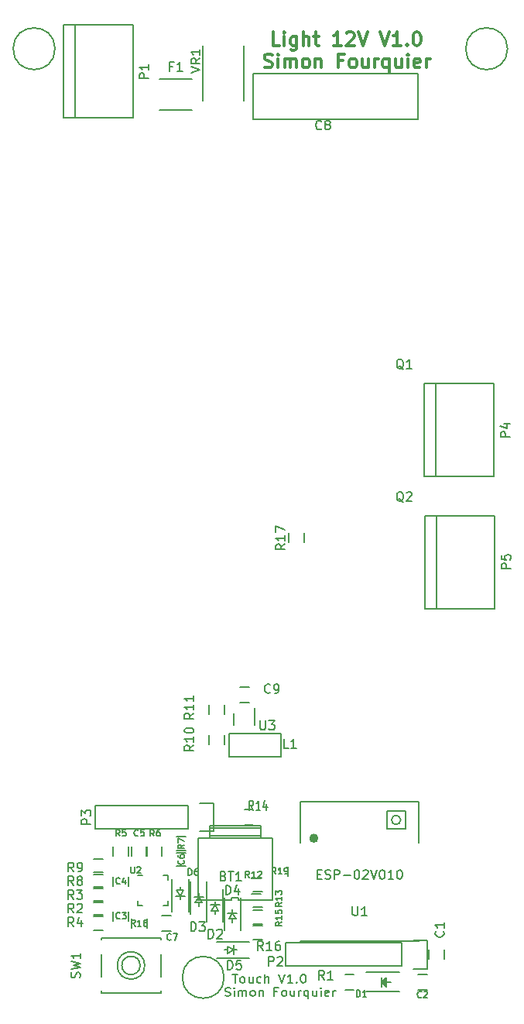
<source format=gto>
G04 #@! TF.FileFunction,Legend,Top*
%FSLAX46Y46*%
G04 Gerber Fmt 4.6, Leading zero omitted, Abs format (unit mm)*
G04 Created by KiCad (PCBNEW 4.0.2+dfsg1-stable) date dim. 11 sept. 2016 16:29:45 CEST*
%MOMM*%
G01*
G04 APERTURE LIST*
%ADD10C,0.150000*%
%ADD11C,0.200000*%
%ADD12C,0.300000*%
%ADD13C,0.500000*%
G04 APERTURE END LIST*
D10*
D11*
X104185714Y-62177143D02*
X104757143Y-62177143D01*
X104471428Y-63077143D02*
X104471428Y-62177143D01*
X105233333Y-63077143D02*
X105138095Y-63034286D01*
X105090476Y-62991429D01*
X105042857Y-62905714D01*
X105042857Y-62648571D01*
X105090476Y-62562857D01*
X105138095Y-62520000D01*
X105233333Y-62477143D01*
X105376191Y-62477143D01*
X105471429Y-62520000D01*
X105519048Y-62562857D01*
X105566667Y-62648571D01*
X105566667Y-62905714D01*
X105519048Y-62991429D01*
X105471429Y-63034286D01*
X105376191Y-63077143D01*
X105233333Y-63077143D01*
X106423810Y-62477143D02*
X106423810Y-63077143D01*
X105995238Y-62477143D02*
X105995238Y-62948571D01*
X106042857Y-63034286D01*
X106138095Y-63077143D01*
X106280953Y-63077143D01*
X106376191Y-63034286D01*
X106423810Y-62991429D01*
X107328572Y-63034286D02*
X107233334Y-63077143D01*
X107042857Y-63077143D01*
X106947619Y-63034286D01*
X106900000Y-62991429D01*
X106852381Y-62905714D01*
X106852381Y-62648571D01*
X106900000Y-62562857D01*
X106947619Y-62520000D01*
X107042857Y-62477143D01*
X107233334Y-62477143D01*
X107328572Y-62520000D01*
X107757143Y-63077143D02*
X107757143Y-62177143D01*
X108185715Y-63077143D02*
X108185715Y-62605714D01*
X108138096Y-62520000D01*
X108042858Y-62477143D01*
X107900000Y-62477143D01*
X107804762Y-62520000D01*
X107757143Y-62562857D01*
X109280953Y-62177143D02*
X109614286Y-63077143D01*
X109947620Y-62177143D01*
X110804763Y-63077143D02*
X110233334Y-63077143D01*
X110519048Y-63077143D02*
X110519048Y-62177143D01*
X110423810Y-62305714D01*
X110328572Y-62391429D01*
X110233334Y-62434286D01*
X111233334Y-62991429D02*
X111280953Y-63034286D01*
X111233334Y-63077143D01*
X111185715Y-63034286D01*
X111233334Y-62991429D01*
X111233334Y-63077143D01*
X111900000Y-62177143D02*
X111995239Y-62177143D01*
X112090477Y-62220000D01*
X112138096Y-62262857D01*
X112185715Y-62348571D01*
X112233334Y-62520000D01*
X112233334Y-62734286D01*
X112185715Y-62905714D01*
X112138096Y-62991429D01*
X112090477Y-63034286D01*
X111995239Y-63077143D01*
X111900000Y-63077143D01*
X111804762Y-63034286D01*
X111757143Y-62991429D01*
X111709524Y-62905714D01*
X111661905Y-62734286D01*
X111661905Y-62520000D01*
X111709524Y-62348571D01*
X111757143Y-62262857D01*
X111804762Y-62220000D01*
X111900000Y-62177143D01*
X103400000Y-64494286D02*
X103542857Y-64537143D01*
X103780953Y-64537143D01*
X103876191Y-64494286D01*
X103923810Y-64451429D01*
X103971429Y-64365714D01*
X103971429Y-64280000D01*
X103923810Y-64194286D01*
X103876191Y-64151429D01*
X103780953Y-64108571D01*
X103590476Y-64065714D01*
X103495238Y-64022857D01*
X103447619Y-63980000D01*
X103400000Y-63894286D01*
X103400000Y-63808571D01*
X103447619Y-63722857D01*
X103495238Y-63680000D01*
X103590476Y-63637143D01*
X103828572Y-63637143D01*
X103971429Y-63680000D01*
X104400000Y-64537143D02*
X104400000Y-63937143D01*
X104400000Y-63637143D02*
X104352381Y-63680000D01*
X104400000Y-63722857D01*
X104447619Y-63680000D01*
X104400000Y-63637143D01*
X104400000Y-63722857D01*
X104876190Y-64537143D02*
X104876190Y-63937143D01*
X104876190Y-64022857D02*
X104923809Y-63980000D01*
X105019047Y-63937143D01*
X105161905Y-63937143D01*
X105257143Y-63980000D01*
X105304762Y-64065714D01*
X105304762Y-64537143D01*
X105304762Y-64065714D02*
X105352381Y-63980000D01*
X105447619Y-63937143D01*
X105590476Y-63937143D01*
X105685714Y-63980000D01*
X105733333Y-64065714D01*
X105733333Y-64537143D01*
X106352380Y-64537143D02*
X106257142Y-64494286D01*
X106209523Y-64451429D01*
X106161904Y-64365714D01*
X106161904Y-64108571D01*
X106209523Y-64022857D01*
X106257142Y-63980000D01*
X106352380Y-63937143D01*
X106495238Y-63937143D01*
X106590476Y-63980000D01*
X106638095Y-64022857D01*
X106685714Y-64108571D01*
X106685714Y-64365714D01*
X106638095Y-64451429D01*
X106590476Y-64494286D01*
X106495238Y-64537143D01*
X106352380Y-64537143D01*
X107114285Y-63937143D02*
X107114285Y-64537143D01*
X107114285Y-64022857D02*
X107161904Y-63980000D01*
X107257142Y-63937143D01*
X107400000Y-63937143D01*
X107495238Y-63980000D01*
X107542857Y-64065714D01*
X107542857Y-64537143D01*
X109114286Y-64065714D02*
X108780952Y-64065714D01*
X108780952Y-64537143D02*
X108780952Y-63637143D01*
X109257143Y-63637143D01*
X109780952Y-64537143D02*
X109685714Y-64494286D01*
X109638095Y-64451429D01*
X109590476Y-64365714D01*
X109590476Y-64108571D01*
X109638095Y-64022857D01*
X109685714Y-63980000D01*
X109780952Y-63937143D01*
X109923810Y-63937143D01*
X110019048Y-63980000D01*
X110066667Y-64022857D01*
X110114286Y-64108571D01*
X110114286Y-64365714D01*
X110066667Y-64451429D01*
X110019048Y-64494286D01*
X109923810Y-64537143D01*
X109780952Y-64537143D01*
X110971429Y-63937143D02*
X110971429Y-64537143D01*
X110542857Y-63937143D02*
X110542857Y-64408571D01*
X110590476Y-64494286D01*
X110685714Y-64537143D01*
X110828572Y-64537143D01*
X110923810Y-64494286D01*
X110971429Y-64451429D01*
X111447619Y-64537143D02*
X111447619Y-63937143D01*
X111447619Y-64108571D02*
X111495238Y-64022857D01*
X111542857Y-63980000D01*
X111638095Y-63937143D01*
X111733334Y-63937143D01*
X112495239Y-63937143D02*
X112495239Y-64837143D01*
X112495239Y-64494286D02*
X112400001Y-64537143D01*
X112209524Y-64537143D01*
X112114286Y-64494286D01*
X112066667Y-64451429D01*
X112019048Y-64365714D01*
X112019048Y-64108571D01*
X112066667Y-64022857D01*
X112114286Y-63980000D01*
X112209524Y-63937143D01*
X112400001Y-63937143D01*
X112495239Y-63980000D01*
X113400001Y-63937143D02*
X113400001Y-64537143D01*
X112971429Y-63937143D02*
X112971429Y-64408571D01*
X113019048Y-64494286D01*
X113114286Y-64537143D01*
X113257144Y-64537143D01*
X113352382Y-64494286D01*
X113400001Y-64451429D01*
X113876191Y-64537143D02*
X113876191Y-63937143D01*
X113876191Y-63637143D02*
X113828572Y-63680000D01*
X113876191Y-63722857D01*
X113923810Y-63680000D01*
X113876191Y-63637143D01*
X113876191Y-63722857D01*
X114733334Y-64494286D02*
X114638096Y-64537143D01*
X114447619Y-64537143D01*
X114352381Y-64494286D01*
X114304762Y-64408571D01*
X114304762Y-64065714D01*
X114352381Y-63980000D01*
X114447619Y-63937143D01*
X114638096Y-63937143D01*
X114733334Y-63980000D01*
X114780953Y-64065714D01*
X114780953Y-64151429D01*
X114304762Y-64237143D01*
X115209524Y-64537143D02*
X115209524Y-63937143D01*
X115209524Y-64108571D02*
X115257143Y-64022857D01*
X115304762Y-63980000D01*
X115400000Y-63937143D01*
X115495239Y-63937143D01*
D12*
X109378573Y39321429D02*
X108664287Y39321429D01*
X108664287Y40821429D01*
X109878573Y39321429D02*
X109878573Y40321429D01*
X109878573Y40821429D02*
X109807144Y40750000D01*
X109878573Y40678571D01*
X109950001Y40750000D01*
X109878573Y40821429D01*
X109878573Y40678571D01*
X111235716Y40321429D02*
X111235716Y39107143D01*
X111164287Y38964286D01*
X111092859Y38892857D01*
X110950002Y38821429D01*
X110735716Y38821429D01*
X110592859Y38892857D01*
X111235716Y39392857D02*
X111092859Y39321429D01*
X110807145Y39321429D01*
X110664287Y39392857D01*
X110592859Y39464286D01*
X110521430Y39607143D01*
X110521430Y40035714D01*
X110592859Y40178571D01*
X110664287Y40250000D01*
X110807145Y40321429D01*
X111092859Y40321429D01*
X111235716Y40250000D01*
X111950002Y39321429D02*
X111950002Y40821429D01*
X112592859Y39321429D02*
X112592859Y40107143D01*
X112521430Y40250000D01*
X112378573Y40321429D01*
X112164288Y40321429D01*
X112021430Y40250000D01*
X111950002Y40178571D01*
X113092859Y40321429D02*
X113664288Y40321429D01*
X113307145Y40821429D02*
X113307145Y39535714D01*
X113378573Y39392857D01*
X113521431Y39321429D01*
X113664288Y39321429D01*
X116092859Y39321429D02*
X115235716Y39321429D01*
X115664288Y39321429D02*
X115664288Y40821429D01*
X115521431Y40607143D01*
X115378573Y40464286D01*
X115235716Y40392857D01*
X116664287Y40678571D02*
X116735716Y40750000D01*
X116878573Y40821429D01*
X117235716Y40821429D01*
X117378573Y40750000D01*
X117450002Y40678571D01*
X117521430Y40535714D01*
X117521430Y40392857D01*
X117450002Y40178571D01*
X116592859Y39321429D01*
X117521430Y39321429D01*
X117950001Y40821429D02*
X118450001Y39321429D01*
X118950001Y40821429D01*
X120378572Y40821429D02*
X120878572Y39321429D01*
X121378572Y40821429D01*
X122664286Y39321429D02*
X121807143Y39321429D01*
X122235715Y39321429D02*
X122235715Y40821429D01*
X122092858Y40607143D01*
X121950000Y40464286D01*
X121807143Y40392857D01*
X123307143Y39464286D02*
X123378571Y39392857D01*
X123307143Y39321429D01*
X123235714Y39392857D01*
X123307143Y39464286D01*
X123307143Y39321429D01*
X124307143Y40821429D02*
X124450000Y40821429D01*
X124592857Y40750000D01*
X124664286Y40678571D01*
X124735715Y40535714D01*
X124807143Y40250000D01*
X124807143Y39892857D01*
X124735715Y39607143D01*
X124664286Y39464286D01*
X124592857Y39392857D01*
X124450000Y39321429D01*
X124307143Y39321429D01*
X124164286Y39392857D01*
X124092857Y39464286D01*
X124021429Y39607143D01*
X123950000Y39892857D01*
X123950000Y40250000D01*
X124021429Y40535714D01*
X124092857Y40678571D01*
X124164286Y40750000D01*
X124307143Y40821429D01*
X107700000Y36992857D02*
X107914286Y36921429D01*
X108271429Y36921429D01*
X108414286Y36992857D01*
X108485715Y37064286D01*
X108557143Y37207143D01*
X108557143Y37350000D01*
X108485715Y37492857D01*
X108414286Y37564286D01*
X108271429Y37635714D01*
X107985715Y37707143D01*
X107842857Y37778571D01*
X107771429Y37850000D01*
X107700000Y37992857D01*
X107700000Y38135714D01*
X107771429Y38278571D01*
X107842857Y38350000D01*
X107985715Y38421429D01*
X108342857Y38421429D01*
X108557143Y38350000D01*
X109200000Y36921429D02*
X109200000Y37921429D01*
X109200000Y38421429D02*
X109128571Y38350000D01*
X109200000Y38278571D01*
X109271428Y38350000D01*
X109200000Y38421429D01*
X109200000Y38278571D01*
X109914286Y36921429D02*
X109914286Y37921429D01*
X109914286Y37778571D02*
X109985714Y37850000D01*
X110128572Y37921429D01*
X110342857Y37921429D01*
X110485714Y37850000D01*
X110557143Y37707143D01*
X110557143Y36921429D01*
X110557143Y37707143D02*
X110628572Y37850000D01*
X110771429Y37921429D01*
X110985714Y37921429D01*
X111128572Y37850000D01*
X111200000Y37707143D01*
X111200000Y36921429D01*
X112128572Y36921429D02*
X111985714Y36992857D01*
X111914286Y37064286D01*
X111842857Y37207143D01*
X111842857Y37635714D01*
X111914286Y37778571D01*
X111985714Y37850000D01*
X112128572Y37921429D01*
X112342857Y37921429D01*
X112485714Y37850000D01*
X112557143Y37778571D01*
X112628572Y37635714D01*
X112628572Y37207143D01*
X112557143Y37064286D01*
X112485714Y36992857D01*
X112342857Y36921429D01*
X112128572Y36921429D01*
X113271429Y37921429D02*
X113271429Y36921429D01*
X113271429Y37778571D02*
X113342857Y37850000D01*
X113485715Y37921429D01*
X113700000Y37921429D01*
X113842857Y37850000D01*
X113914286Y37707143D01*
X113914286Y36921429D01*
X116271429Y37707143D02*
X115771429Y37707143D01*
X115771429Y36921429D02*
X115771429Y38421429D01*
X116485715Y38421429D01*
X117271429Y36921429D02*
X117128571Y36992857D01*
X117057143Y37064286D01*
X116985714Y37207143D01*
X116985714Y37635714D01*
X117057143Y37778571D01*
X117128571Y37850000D01*
X117271429Y37921429D01*
X117485714Y37921429D01*
X117628571Y37850000D01*
X117700000Y37778571D01*
X117771429Y37635714D01*
X117771429Y37207143D01*
X117700000Y37064286D01*
X117628571Y36992857D01*
X117485714Y36921429D01*
X117271429Y36921429D01*
X119057143Y37921429D02*
X119057143Y36921429D01*
X118414286Y37921429D02*
X118414286Y37135714D01*
X118485714Y36992857D01*
X118628572Y36921429D01*
X118842857Y36921429D01*
X118985714Y36992857D01*
X119057143Y37064286D01*
X119771429Y36921429D02*
X119771429Y37921429D01*
X119771429Y37635714D02*
X119842857Y37778571D01*
X119914286Y37850000D01*
X120057143Y37921429D01*
X120200000Y37921429D01*
X121342857Y37921429D02*
X121342857Y36421429D01*
X121342857Y36992857D02*
X121200000Y36921429D01*
X120914286Y36921429D01*
X120771428Y36992857D01*
X120700000Y37064286D01*
X120628571Y37207143D01*
X120628571Y37635714D01*
X120700000Y37778571D01*
X120771428Y37850000D01*
X120914286Y37921429D01*
X121200000Y37921429D01*
X121342857Y37850000D01*
X122700000Y37921429D02*
X122700000Y36921429D01*
X122057143Y37921429D02*
X122057143Y37135714D01*
X122128571Y36992857D01*
X122271429Y36921429D01*
X122485714Y36921429D01*
X122628571Y36992857D01*
X122700000Y37064286D01*
X123414286Y36921429D02*
X123414286Y37921429D01*
X123414286Y38421429D02*
X123342857Y38350000D01*
X123414286Y38278571D01*
X123485714Y38350000D01*
X123414286Y38421429D01*
X123414286Y38278571D01*
X124700000Y36992857D02*
X124557143Y36921429D01*
X124271429Y36921429D01*
X124128572Y36992857D01*
X124057143Y37135714D01*
X124057143Y37707143D01*
X124128572Y37850000D01*
X124271429Y37921429D01*
X124557143Y37921429D01*
X124700000Y37850000D01*
X124771429Y37707143D01*
X124771429Y37564286D01*
X124057143Y37421429D01*
X125414286Y36921429D02*
X125414286Y37921429D01*
X125414286Y37635714D02*
X125485714Y37778571D01*
X125557143Y37850000D01*
X125700000Y37921429D01*
X125842857Y37921429D01*
D10*
X104350000Y-33650000D02*
X104350000Y-34950000D01*
X106650000Y-33075000D02*
X106650000Y-34950000D01*
X106500000Y36300000D02*
X106500000Y36300000D01*
X124500000Y31300000D02*
X124500000Y36300000D01*
X124500000Y36300000D02*
X106500000Y36300000D01*
X106500000Y36300000D02*
X106500000Y31300000D01*
X106500000Y31300000D02*
X124500000Y31300000D01*
X104886000Y-54026000D02*
X108569000Y-54026000D01*
X104124000Y-54026000D02*
X100441000Y-54026000D01*
X104124000Y-54026000D02*
X104124000Y-53772000D01*
X104124000Y-53772000D02*
X104886000Y-53772000D01*
X104886000Y-53772000D02*
X104886000Y-54026000D01*
X101711000Y-47041000D02*
X107299000Y-47041000D01*
X101711000Y-46152000D02*
X107299000Y-46152000D01*
X108569000Y-47295000D02*
X108569000Y-49200000D01*
X100441000Y-47295000D02*
X100441000Y-49200000D01*
X101711000Y-45898000D02*
X107299000Y-45898000D01*
X107299000Y-47295000D02*
X107299000Y-45898000D01*
X101711000Y-47295000D02*
X101711000Y-45898000D01*
X100441000Y-47295000D02*
X108569000Y-47295000D01*
X100441000Y-49200000D02*
X100441000Y-54026000D01*
X108569000Y-54026000D02*
X108569000Y-49200000D01*
X127350000Y-60500000D02*
X127350000Y-59500000D01*
X125650000Y-59500000D02*
X125650000Y-60500000D01*
D13*
X113350000Y-47300000D02*
G75*
G03X113350000Y-47300000I-250000J0D01*
G01*
D10*
X121100000Y-46300000D02*
X123100000Y-46300000D01*
X123100000Y-46300000D02*
X123100000Y-44300000D01*
X123100000Y-44300000D02*
X121100000Y-44300000D01*
X121100000Y-44300000D02*
X121100000Y-46300000D01*
X122600000Y-45300000D02*
G75*
G03X122600000Y-45300000I-500000J0D01*
G01*
X124600000Y-43300000D02*
X124600000Y-47800000D01*
X111600000Y-43300000D02*
X111600000Y-47800000D01*
X111600000Y-58570000D02*
X124600000Y-58570000D01*
X111600000Y-43300000D02*
X124600000Y-43300000D01*
X122730000Y-61270000D02*
X110030000Y-61270000D01*
X110030000Y-61270000D02*
X110030000Y-58730000D01*
X110030000Y-58730000D02*
X122730000Y-58730000D01*
X125550000Y-61550000D02*
X124000000Y-61550000D01*
X122730000Y-61270000D02*
X122730000Y-58730000D01*
X124000000Y-58450000D02*
X125550000Y-58450000D01*
X125550000Y-58450000D02*
X125550000Y-61550000D01*
X103682500Y-59500000D02*
X103301500Y-59500000D01*
X104698500Y-59500000D02*
X104317500Y-59500000D01*
X104317500Y-59500000D02*
X103682500Y-59881000D01*
X103682500Y-59881000D02*
X103682500Y-59119000D01*
X103682500Y-59119000D02*
X104317500Y-59500000D01*
X104317500Y-60008000D02*
X104317500Y-58992000D01*
X106000000Y-58600000D02*
X102460000Y-58600000D01*
X106000000Y-60400000D02*
X102460000Y-60400000D01*
X94850000Y-49200000D02*
X94850000Y-48200000D01*
X93150000Y-48200000D02*
X93150000Y-49200000D01*
X124500000Y-63850000D02*
X125500000Y-63850000D01*
X125500000Y-62150000D02*
X124500000Y-62150000D01*
X91150000Y-55300000D02*
X91150000Y-56300000D01*
X92850000Y-56300000D02*
X92850000Y-55300000D01*
X92850000Y-52500000D02*
X92850000Y-51500000D01*
X91150000Y-51500000D02*
X91150000Y-52500000D01*
X98100000Y-50350000D02*
X99100000Y-50350000D01*
X99100000Y-48650000D02*
X98100000Y-48650000D01*
X96500000Y-57425000D02*
X97500000Y-57425000D01*
X97500000Y-55725000D02*
X96500000Y-55725000D01*
X102300000Y-55217500D02*
X102300000Y-55598500D01*
X102300000Y-54201500D02*
X102300000Y-54582500D01*
X102300000Y-54582500D02*
X102681000Y-55217500D01*
X102681000Y-55217500D02*
X101919000Y-55217500D01*
X101919000Y-55217500D02*
X102300000Y-54582500D01*
X102808000Y-54582500D02*
X101792000Y-54582500D01*
X101400000Y-52900000D02*
X101400000Y-56440000D01*
X103200000Y-52900000D02*
X103200000Y-56440000D01*
X100500000Y-54317500D02*
X100500000Y-54698500D01*
X100500000Y-53301500D02*
X100500000Y-53682500D01*
X100500000Y-53682500D02*
X100881000Y-54317500D01*
X100881000Y-54317500D02*
X100119000Y-54317500D01*
X100119000Y-54317500D02*
X100500000Y-53682500D01*
X101008000Y-53682500D02*
X99992000Y-53682500D01*
X99600000Y-52000000D02*
X99600000Y-55540000D01*
X101400000Y-52000000D02*
X101400000Y-55540000D01*
X104200000Y-56117500D02*
X104200000Y-56498500D01*
X104200000Y-55101500D02*
X104200000Y-55482500D01*
X104200000Y-55482500D02*
X104581000Y-56117500D01*
X104581000Y-56117500D02*
X103819000Y-56117500D01*
X103819000Y-56117500D02*
X104200000Y-55482500D01*
X104708000Y-55482500D02*
X103692000Y-55482500D01*
X103300000Y-53800000D02*
X103300000Y-57340000D01*
X105100000Y-53800000D02*
X105100000Y-57340000D01*
X98500000Y-52982500D02*
X98500000Y-52601500D01*
X98500000Y-53998500D02*
X98500000Y-53617500D01*
X98500000Y-53617500D02*
X98119000Y-52982500D01*
X98119000Y-52982500D02*
X98881000Y-52982500D01*
X98881000Y-52982500D02*
X98500000Y-53617500D01*
X97992000Y-53617500D02*
X99008000Y-53617500D01*
X99400000Y-55300000D02*
X99400000Y-51760000D01*
X97600000Y-55300000D02*
X97600000Y-51760000D01*
X90000000Y-54150000D02*
X89000000Y-54150000D01*
X89000000Y-55850000D02*
X90000000Y-55850000D01*
X90000000Y-52650000D02*
X89000000Y-52650000D01*
X89000000Y-54350000D02*
X90000000Y-54350000D01*
X90000000Y-55650000D02*
X89000000Y-55650000D01*
X89000000Y-57350000D02*
X90000000Y-57350000D01*
X92850000Y-49200000D02*
X92850000Y-48200000D01*
X91150000Y-48200000D02*
X91150000Y-49200000D01*
X96450000Y-49200000D02*
X96450000Y-48200000D01*
X94750000Y-48200000D02*
X94750000Y-49200000D01*
X99100000Y-47150000D02*
X98100000Y-47150000D01*
X98100000Y-48850000D02*
X99100000Y-48850000D01*
X90000000Y-51050000D02*
X89000000Y-51050000D01*
X89000000Y-52750000D02*
X90000000Y-52750000D01*
X90000000Y-49550000D02*
X89000000Y-49550000D01*
X89000000Y-51250000D02*
X90000000Y-51250000D01*
X118850000Y-64050000D02*
X122450000Y-64050000D01*
X118850000Y-61950000D02*
X122450000Y-61950000D01*
X120900000Y-62700000D02*
X120900000Y-63300000D01*
X120900000Y-63300000D02*
X120600000Y-63000000D01*
X120600000Y-63000000D02*
X120800000Y-62800000D01*
X120800000Y-62800000D02*
X120800000Y-63050000D01*
X120800000Y-63050000D02*
X120750000Y-63000000D01*
X120500000Y-62500000D02*
X120500000Y-63500000D01*
X121000000Y-63000000D02*
X121500000Y-63000000D01*
X120500000Y-63000000D02*
X121000000Y-62500000D01*
X121000000Y-62500000D02*
X121000000Y-63500000D01*
X121000000Y-63500000D02*
X120500000Y-63000000D01*
X116500000Y-63850000D02*
X117500000Y-63850000D01*
X117500000Y-62150000D02*
X116500000Y-62150000D01*
X97125000Y-51375000D02*
X97125000Y-51875000D01*
X93875000Y-54625000D02*
X93875000Y-54125000D01*
X97125000Y-54625000D02*
X97125000Y-54125000D01*
X93875000Y-51375000D02*
X94375000Y-51375000D01*
X93875000Y-54625000D02*
X94375000Y-54625000D01*
X97125000Y-54625000D02*
X96625000Y-54625000D01*
X97125000Y-51375000D02*
X96625000Y-51375000D01*
X100600000Y-43450000D02*
X102150000Y-43450000D01*
X102150000Y-43450000D02*
X102150000Y-46550000D01*
X102150000Y-46550000D02*
X100600000Y-46550000D01*
X99330000Y-46270000D02*
X89170000Y-46270000D01*
X89170000Y-46270000D02*
X89170000Y-43730000D01*
X89170000Y-43730000D02*
X99330000Y-43730000D01*
X99330000Y-46270000D02*
X99330000Y-43730000D01*
X105000000Y-32450000D02*
X106000000Y-32450000D01*
X106000000Y-30750000D02*
X105000000Y-30750000D01*
X99800000Y35725000D02*
X96200000Y35725000D01*
X96200000Y32275000D02*
X99800000Y32275000D01*
X103806000Y-35830000D02*
X109521000Y-35830000D01*
X109521000Y-35830000D02*
X109521000Y-38370000D01*
X109521000Y-38370000D02*
X103806000Y-38370000D01*
X103806000Y-38370000D02*
X103806000Y-35830000D01*
X101650000Y-36000000D02*
X101650000Y-37000000D01*
X103350000Y-37000000D02*
X103350000Y-36000000D01*
X101650000Y-32700000D02*
X101650000Y-33700000D01*
X103350000Y-33700000D02*
X103350000Y-32700000D01*
X106300000Y-53350000D02*
X107300000Y-53350000D01*
X107300000Y-51650000D02*
X106300000Y-51650000D01*
X106500000Y-54850000D02*
X107500000Y-54850000D01*
X107500000Y-53150000D02*
X106500000Y-53150000D01*
X105500000Y-45850000D02*
X106500000Y-45850000D01*
X106500000Y-44150000D02*
X105500000Y-44150000D01*
X106500000Y-56850000D02*
X107500000Y-56850000D01*
X107500000Y-55150000D02*
X106500000Y-55150000D01*
X106500000Y-58350000D02*
X107500000Y-58350000D01*
X107500000Y-56650000D02*
X106500000Y-56650000D01*
X89850000Y-64200000D02*
X89850000Y-64000000D01*
X89850000Y-58200000D02*
X89850000Y-58400000D01*
X96350000Y-58200000D02*
X96350000Y-58400000D01*
X96350000Y-64200000D02*
X96350000Y-64000000D01*
X96350000Y-62400000D02*
X96350000Y-60000000D01*
X89850000Y-62400000D02*
X89850000Y-60000000D01*
X89850000Y-64200000D02*
X96350000Y-64200000D01*
X96350000Y-58200000D02*
X89850000Y-58200000D01*
X94100000Y-61200000D02*
G75*
G03X94100000Y-61200000I-1000000J0D01*
G01*
X94600000Y-61200000D02*
G75*
G03X94600000Y-61200000I-1500000J0D01*
G01*
X112050000Y-14900000D02*
X112050000Y-13900000D01*
X110350000Y-13900000D02*
X110350000Y-14900000D01*
X86960000Y31420000D02*
X86960000Y41580000D01*
X85690000Y31420000D02*
X93310000Y31420000D01*
X93310000Y31420000D02*
X93310000Y41580000D01*
X93310000Y41580000D02*
X85690000Y41580000D01*
X85690000Y41580000D02*
X85690000Y31420000D01*
X126460000Y-7780000D02*
X126460000Y2380000D01*
X125190000Y-7780000D02*
X132810000Y-7780000D01*
X132810000Y-7780000D02*
X132810000Y2380000D01*
X132810000Y2380000D02*
X125190000Y2380000D01*
X125190000Y2380000D02*
X125190000Y-7780000D01*
X126560000Y-22180000D02*
X126560000Y-12020000D01*
X125290000Y-22180000D02*
X132910000Y-22180000D01*
X132910000Y-22180000D02*
X132910000Y-12020000D01*
X132910000Y-12020000D02*
X125290000Y-12020000D01*
X125290000Y-12020000D02*
X125290000Y-22180000D01*
X100950000Y33300000D02*
X100950000Y39300000D01*
X105450000Y39300000D02*
X105450000Y33300000D01*
X93150000Y-56100000D02*
X93150000Y-57100000D01*
X94850000Y-57100000D02*
X94850000Y-56100000D01*
X110250000Y-51400000D02*
X110250000Y-50400000D01*
X108550000Y-50400000D02*
X108550000Y-51400000D01*
X103286000Y-62500000D02*
G75*
G03X103286000Y-62500000I-2286000J0D01*
G01*
X134286000Y39000000D02*
G75*
G03X134286000Y39000000I-2286000J0D01*
G01*
X84786000Y39000000D02*
G75*
G03X84786000Y39000000I-2286000J0D01*
G01*
X107238095Y-34452381D02*
X107238095Y-35261905D01*
X107285714Y-35357143D01*
X107333333Y-35404762D01*
X107428571Y-35452381D01*
X107619048Y-35452381D01*
X107714286Y-35404762D01*
X107761905Y-35357143D01*
X107809524Y-35261905D01*
X107809524Y-34452381D01*
X108190476Y-34452381D02*
X108809524Y-34452381D01*
X108476190Y-34833333D01*
X108619048Y-34833333D01*
X108714286Y-34880952D01*
X108761905Y-34928571D01*
X108809524Y-35023810D01*
X108809524Y-35261905D01*
X108761905Y-35357143D01*
X108714286Y-35404762D01*
X108619048Y-35452381D01*
X108333333Y-35452381D01*
X108238095Y-35404762D01*
X108190476Y-35357143D01*
X113933334Y30242857D02*
X113885715Y30195238D01*
X113742858Y30147619D01*
X113647620Y30147619D01*
X113504762Y30195238D01*
X113409524Y30290476D01*
X113361905Y30385714D01*
X113314286Y30576190D01*
X113314286Y30719048D01*
X113361905Y30909524D01*
X113409524Y31004762D01*
X113504762Y31100000D01*
X113647620Y31147619D01*
X113742858Y31147619D01*
X113885715Y31100000D01*
X113933334Y31052381D01*
X114504762Y30719048D02*
X114409524Y30766667D01*
X114361905Y30814286D01*
X114314286Y30909524D01*
X114314286Y30957143D01*
X114361905Y31052381D01*
X114409524Y31100000D01*
X114504762Y31147619D01*
X114695239Y31147619D01*
X114790477Y31100000D01*
X114838096Y31052381D01*
X114885715Y30957143D01*
X114885715Y30909524D01*
X114838096Y30814286D01*
X114790477Y30766667D01*
X114695239Y30719048D01*
X114504762Y30719048D01*
X114409524Y30671429D01*
X114361905Y30623810D01*
X114314286Y30528571D01*
X114314286Y30338095D01*
X114361905Y30242857D01*
X114409524Y30195238D01*
X114504762Y30147619D01*
X114695239Y30147619D01*
X114790477Y30195238D01*
X114838096Y30242857D01*
X114885715Y30338095D01*
X114885715Y30528571D01*
X114838096Y30623810D01*
X114790477Y30671429D01*
X114695239Y30719048D01*
X103214286Y-51428571D02*
X103357143Y-51476190D01*
X103404762Y-51523810D01*
X103452381Y-51619048D01*
X103452381Y-51761905D01*
X103404762Y-51857143D01*
X103357143Y-51904762D01*
X103261905Y-51952381D01*
X102880952Y-51952381D01*
X102880952Y-50952381D01*
X103214286Y-50952381D01*
X103309524Y-51000000D01*
X103357143Y-51047619D01*
X103404762Y-51142857D01*
X103404762Y-51238095D01*
X103357143Y-51333333D01*
X103309524Y-51380952D01*
X103214286Y-51428571D01*
X102880952Y-51428571D01*
X103738095Y-50952381D02*
X104309524Y-50952381D01*
X104023809Y-51952381D02*
X104023809Y-50952381D01*
X105166667Y-51952381D02*
X104595238Y-51952381D01*
X104880952Y-51952381D02*
X104880952Y-50952381D01*
X104785714Y-51095238D01*
X104690476Y-51190476D01*
X104595238Y-51238095D01*
X127257143Y-57466666D02*
X127304762Y-57514285D01*
X127352381Y-57657142D01*
X127352381Y-57752380D01*
X127304762Y-57895238D01*
X127209524Y-57990476D01*
X127114286Y-58038095D01*
X126923810Y-58085714D01*
X126780952Y-58085714D01*
X126590476Y-58038095D01*
X126495238Y-57990476D01*
X126400000Y-57895238D01*
X126352381Y-57752380D01*
X126352381Y-57657142D01*
X126400000Y-57514285D01*
X126447619Y-57466666D01*
X127352381Y-56514285D02*
X127352381Y-57085714D01*
X127352381Y-56800000D02*
X126352381Y-56800000D01*
X126495238Y-56895238D01*
X126590476Y-56990476D01*
X126638095Y-57085714D01*
X117338095Y-54752381D02*
X117338095Y-55561905D01*
X117385714Y-55657143D01*
X117433333Y-55704762D01*
X117528571Y-55752381D01*
X117719048Y-55752381D01*
X117814286Y-55704762D01*
X117861905Y-55657143D01*
X117909524Y-55561905D01*
X117909524Y-54752381D01*
X118909524Y-55752381D02*
X118338095Y-55752381D01*
X118623809Y-55752381D02*
X118623809Y-54752381D01*
X118528571Y-54895238D01*
X118433333Y-54990476D01*
X118338095Y-55038095D01*
X113480952Y-51228571D02*
X113814286Y-51228571D01*
X113957143Y-51752381D02*
X113480952Y-51752381D01*
X113480952Y-50752381D01*
X113957143Y-50752381D01*
X114338095Y-51704762D02*
X114480952Y-51752381D01*
X114719048Y-51752381D01*
X114814286Y-51704762D01*
X114861905Y-51657143D01*
X114909524Y-51561905D01*
X114909524Y-51466667D01*
X114861905Y-51371429D01*
X114814286Y-51323810D01*
X114719048Y-51276190D01*
X114528571Y-51228571D01*
X114433333Y-51180952D01*
X114385714Y-51133333D01*
X114338095Y-51038095D01*
X114338095Y-50942857D01*
X114385714Y-50847619D01*
X114433333Y-50800000D01*
X114528571Y-50752381D01*
X114766667Y-50752381D01*
X114909524Y-50800000D01*
X115338095Y-51752381D02*
X115338095Y-50752381D01*
X115719048Y-50752381D01*
X115814286Y-50800000D01*
X115861905Y-50847619D01*
X115909524Y-50942857D01*
X115909524Y-51085714D01*
X115861905Y-51180952D01*
X115814286Y-51228571D01*
X115719048Y-51276190D01*
X115338095Y-51276190D01*
X116338095Y-51371429D02*
X117100000Y-51371429D01*
X117766666Y-50752381D02*
X117861905Y-50752381D01*
X117957143Y-50800000D01*
X118004762Y-50847619D01*
X118052381Y-50942857D01*
X118100000Y-51133333D01*
X118100000Y-51371429D01*
X118052381Y-51561905D01*
X118004762Y-51657143D01*
X117957143Y-51704762D01*
X117861905Y-51752381D01*
X117766666Y-51752381D01*
X117671428Y-51704762D01*
X117623809Y-51657143D01*
X117576190Y-51561905D01*
X117528571Y-51371429D01*
X117528571Y-51133333D01*
X117576190Y-50942857D01*
X117623809Y-50847619D01*
X117671428Y-50800000D01*
X117766666Y-50752381D01*
X118480952Y-50847619D02*
X118528571Y-50800000D01*
X118623809Y-50752381D01*
X118861905Y-50752381D01*
X118957143Y-50800000D01*
X119004762Y-50847619D01*
X119052381Y-50942857D01*
X119052381Y-51038095D01*
X119004762Y-51180952D01*
X118433333Y-51752381D01*
X119052381Y-51752381D01*
X119338095Y-50752381D02*
X119671428Y-51752381D01*
X120004762Y-50752381D01*
X120528571Y-50752381D02*
X120623810Y-50752381D01*
X120719048Y-50800000D01*
X120766667Y-50847619D01*
X120814286Y-50942857D01*
X120861905Y-51133333D01*
X120861905Y-51371429D01*
X120814286Y-51561905D01*
X120766667Y-51657143D01*
X120719048Y-51704762D01*
X120623810Y-51752381D01*
X120528571Y-51752381D01*
X120433333Y-51704762D01*
X120385714Y-51657143D01*
X120338095Y-51561905D01*
X120290476Y-51371429D01*
X120290476Y-51133333D01*
X120338095Y-50942857D01*
X120385714Y-50847619D01*
X120433333Y-50800000D01*
X120528571Y-50752381D01*
X121814286Y-51752381D02*
X121242857Y-51752381D01*
X121528571Y-51752381D02*
X121528571Y-50752381D01*
X121433333Y-50895238D01*
X121338095Y-50990476D01*
X121242857Y-51038095D01*
X122433333Y-50752381D02*
X122528572Y-50752381D01*
X122623810Y-50800000D01*
X122671429Y-50847619D01*
X122719048Y-50942857D01*
X122766667Y-51133333D01*
X122766667Y-51371429D01*
X122719048Y-51561905D01*
X122671429Y-51657143D01*
X122623810Y-51704762D01*
X122528572Y-51752381D01*
X122433333Y-51752381D01*
X122338095Y-51704762D01*
X122290476Y-51657143D01*
X122242857Y-51561905D01*
X122195238Y-51371429D01*
X122195238Y-51133333D01*
X122242857Y-50942857D01*
X122290476Y-50847619D01*
X122338095Y-50800000D01*
X122433333Y-50752381D01*
X108161905Y-61252381D02*
X108161905Y-60252381D01*
X108542858Y-60252381D01*
X108638096Y-60300000D01*
X108685715Y-60347619D01*
X108733334Y-60442857D01*
X108733334Y-60585714D01*
X108685715Y-60680952D01*
X108638096Y-60728571D01*
X108542858Y-60776190D01*
X108161905Y-60776190D01*
X109114286Y-60347619D02*
X109161905Y-60300000D01*
X109257143Y-60252381D01*
X109495239Y-60252381D01*
X109590477Y-60300000D01*
X109638096Y-60347619D01*
X109685715Y-60442857D01*
X109685715Y-60538095D01*
X109638096Y-60680952D01*
X109066667Y-61252381D01*
X109685715Y-61252381D01*
X103661905Y-61652381D02*
X103661905Y-60652381D01*
X103900000Y-60652381D01*
X104042858Y-60700000D01*
X104138096Y-60795238D01*
X104185715Y-60890476D01*
X104233334Y-61080952D01*
X104233334Y-61223810D01*
X104185715Y-61414286D01*
X104138096Y-61509524D01*
X104042858Y-61604762D01*
X103900000Y-61652381D01*
X103661905Y-61652381D01*
X105138096Y-60652381D02*
X104661905Y-60652381D01*
X104614286Y-61128571D01*
X104661905Y-61080952D01*
X104757143Y-61033333D01*
X104995239Y-61033333D01*
X105090477Y-61080952D01*
X105138096Y-61128571D01*
X105185715Y-61223810D01*
X105185715Y-61461905D01*
X105138096Y-61557143D01*
X105090477Y-61604762D01*
X104995239Y-61652381D01*
X104757143Y-61652381D01*
X104661905Y-61604762D01*
X104614286Y-61557143D01*
X93883334Y-47000000D02*
X93850000Y-47033333D01*
X93750000Y-47066667D01*
X93683334Y-47066667D01*
X93583334Y-47033333D01*
X93516667Y-46966667D01*
X93483334Y-46900000D01*
X93450000Y-46766667D01*
X93450000Y-46666667D01*
X93483334Y-46533333D01*
X93516667Y-46466667D01*
X93583334Y-46400000D01*
X93683334Y-46366667D01*
X93750000Y-46366667D01*
X93850000Y-46400000D01*
X93883334Y-46433333D01*
X94516667Y-46366667D02*
X94183334Y-46366667D01*
X94150000Y-46700000D01*
X94183334Y-46666667D01*
X94250000Y-46633333D01*
X94416667Y-46633333D01*
X94483334Y-46666667D01*
X94516667Y-46700000D01*
X94550000Y-46766667D01*
X94550000Y-46933333D01*
X94516667Y-47000000D01*
X94483334Y-47033333D01*
X94416667Y-47066667D01*
X94250000Y-47066667D01*
X94183334Y-47033333D01*
X94150000Y-47000000D01*
X124883334Y-64650000D02*
X124850000Y-64683333D01*
X124750000Y-64716667D01*
X124683334Y-64716667D01*
X124583334Y-64683333D01*
X124516667Y-64616667D01*
X124483334Y-64550000D01*
X124450000Y-64416667D01*
X124450000Y-64316667D01*
X124483334Y-64183333D01*
X124516667Y-64116667D01*
X124583334Y-64050000D01*
X124683334Y-64016667D01*
X124750000Y-64016667D01*
X124850000Y-64050000D01*
X124883334Y-64083333D01*
X125150000Y-64083333D02*
X125183334Y-64050000D01*
X125250000Y-64016667D01*
X125416667Y-64016667D01*
X125483334Y-64050000D01*
X125516667Y-64083333D01*
X125550000Y-64150000D01*
X125550000Y-64216667D01*
X125516667Y-64316667D01*
X125116667Y-64716667D01*
X125550000Y-64716667D01*
X91883334Y-56050000D02*
X91850000Y-56083333D01*
X91750000Y-56116667D01*
X91683334Y-56116667D01*
X91583334Y-56083333D01*
X91516667Y-56016667D01*
X91483334Y-55950000D01*
X91450000Y-55816667D01*
X91450000Y-55716667D01*
X91483334Y-55583333D01*
X91516667Y-55516667D01*
X91583334Y-55450000D01*
X91683334Y-55416667D01*
X91750000Y-55416667D01*
X91850000Y-55450000D01*
X91883334Y-55483333D01*
X92116667Y-55416667D02*
X92550000Y-55416667D01*
X92316667Y-55683333D01*
X92416667Y-55683333D01*
X92483334Y-55716667D01*
X92516667Y-55750000D01*
X92550000Y-55816667D01*
X92550000Y-55983333D01*
X92516667Y-56050000D01*
X92483334Y-56083333D01*
X92416667Y-56116667D01*
X92216667Y-56116667D01*
X92150000Y-56083333D01*
X92116667Y-56050000D01*
X91883334Y-52250000D02*
X91850000Y-52283333D01*
X91750000Y-52316667D01*
X91683334Y-52316667D01*
X91583334Y-52283333D01*
X91516667Y-52216667D01*
X91483334Y-52150000D01*
X91450000Y-52016667D01*
X91450000Y-51916667D01*
X91483334Y-51783333D01*
X91516667Y-51716667D01*
X91583334Y-51650000D01*
X91683334Y-51616667D01*
X91750000Y-51616667D01*
X91850000Y-51650000D01*
X91883334Y-51683333D01*
X92483334Y-51850000D02*
X92483334Y-52316667D01*
X92316667Y-51583333D02*
X92150000Y-52083333D01*
X92583334Y-52083333D01*
X98850000Y-49716666D02*
X98883333Y-49750000D01*
X98916667Y-49850000D01*
X98916667Y-49916666D01*
X98883333Y-50016666D01*
X98816667Y-50083333D01*
X98750000Y-50116666D01*
X98616667Y-50150000D01*
X98516667Y-50150000D01*
X98383333Y-50116666D01*
X98316667Y-50083333D01*
X98250000Y-50016666D01*
X98216667Y-49916666D01*
X98216667Y-49850000D01*
X98250000Y-49750000D01*
X98283333Y-49716666D01*
X98216667Y-49116666D02*
X98216667Y-49250000D01*
X98250000Y-49316666D01*
X98283333Y-49350000D01*
X98383333Y-49416666D01*
X98516667Y-49450000D01*
X98783333Y-49450000D01*
X98850000Y-49416666D01*
X98883333Y-49383333D01*
X98916667Y-49316666D01*
X98916667Y-49183333D01*
X98883333Y-49116666D01*
X98850000Y-49083333D01*
X98783333Y-49050000D01*
X98616667Y-49050000D01*
X98550000Y-49083333D01*
X98516667Y-49116666D01*
X98483333Y-49183333D01*
X98483333Y-49316666D01*
X98516667Y-49383333D01*
X98550000Y-49416666D01*
X98616667Y-49450000D01*
X97483334Y-58350000D02*
X97450000Y-58383333D01*
X97350000Y-58416667D01*
X97283334Y-58416667D01*
X97183334Y-58383333D01*
X97116667Y-58316667D01*
X97083334Y-58250000D01*
X97050000Y-58116667D01*
X97050000Y-58016667D01*
X97083334Y-57883333D01*
X97116667Y-57816667D01*
X97183334Y-57750000D01*
X97283334Y-57716667D01*
X97350000Y-57716667D01*
X97450000Y-57750000D01*
X97483334Y-57783333D01*
X97716667Y-57716667D02*
X98183334Y-57716667D01*
X97883334Y-58416667D01*
X101561905Y-58252381D02*
X101561905Y-57252381D01*
X101800000Y-57252381D01*
X101942858Y-57300000D01*
X102038096Y-57395238D01*
X102085715Y-57490476D01*
X102133334Y-57680952D01*
X102133334Y-57823810D01*
X102085715Y-58014286D01*
X102038096Y-58109524D01*
X101942858Y-58204762D01*
X101800000Y-58252381D01*
X101561905Y-58252381D01*
X102514286Y-57347619D02*
X102561905Y-57300000D01*
X102657143Y-57252381D01*
X102895239Y-57252381D01*
X102990477Y-57300000D01*
X103038096Y-57347619D01*
X103085715Y-57442857D01*
X103085715Y-57538095D01*
X103038096Y-57680952D01*
X102466667Y-58252381D01*
X103085715Y-58252381D01*
X99661905Y-57452381D02*
X99661905Y-56452381D01*
X99900000Y-56452381D01*
X100042858Y-56500000D01*
X100138096Y-56595238D01*
X100185715Y-56690476D01*
X100233334Y-56880952D01*
X100233334Y-57023810D01*
X100185715Y-57214286D01*
X100138096Y-57309524D01*
X100042858Y-57404762D01*
X99900000Y-57452381D01*
X99661905Y-57452381D01*
X100566667Y-56452381D02*
X101185715Y-56452381D01*
X100852381Y-56833333D01*
X100995239Y-56833333D01*
X101090477Y-56880952D01*
X101138096Y-56928571D01*
X101185715Y-57023810D01*
X101185715Y-57261905D01*
X101138096Y-57357143D01*
X101090477Y-57404762D01*
X100995239Y-57452381D01*
X100709524Y-57452381D01*
X100614286Y-57404762D01*
X100566667Y-57357143D01*
X103461905Y-53452381D02*
X103461905Y-52452381D01*
X103700000Y-52452381D01*
X103842858Y-52500000D01*
X103938096Y-52595238D01*
X103985715Y-52690476D01*
X104033334Y-52880952D01*
X104033334Y-53023810D01*
X103985715Y-53214286D01*
X103938096Y-53309524D01*
X103842858Y-53404762D01*
X103700000Y-53452381D01*
X103461905Y-53452381D01*
X104890477Y-52785714D02*
X104890477Y-53452381D01*
X104652381Y-52404762D02*
X104414286Y-53119048D01*
X105033334Y-53119048D01*
X99383334Y-51316667D02*
X99383334Y-50616667D01*
X99550000Y-50616667D01*
X99650000Y-50650000D01*
X99716667Y-50716667D01*
X99750000Y-50783333D01*
X99783334Y-50916667D01*
X99783334Y-51016667D01*
X99750000Y-51150000D01*
X99716667Y-51216667D01*
X99650000Y-51283333D01*
X99550000Y-51316667D01*
X99383334Y-51316667D01*
X100383334Y-50616667D02*
X100250000Y-50616667D01*
X100183334Y-50650000D01*
X100150000Y-50683333D01*
X100083334Y-50783333D01*
X100050000Y-50916667D01*
X100050000Y-51183333D01*
X100083334Y-51250000D01*
X100116667Y-51283333D01*
X100183334Y-51316667D01*
X100316667Y-51316667D01*
X100383334Y-51283333D01*
X100416667Y-51250000D01*
X100450000Y-51183333D01*
X100450000Y-51016667D01*
X100416667Y-50950000D01*
X100383334Y-50916667D01*
X100316667Y-50883333D01*
X100183334Y-50883333D01*
X100116667Y-50916667D01*
X100083334Y-50950000D01*
X100050000Y-51016667D01*
X86833334Y-55452381D02*
X86500000Y-54976190D01*
X86261905Y-55452381D02*
X86261905Y-54452381D01*
X86642858Y-54452381D01*
X86738096Y-54500000D01*
X86785715Y-54547619D01*
X86833334Y-54642857D01*
X86833334Y-54785714D01*
X86785715Y-54880952D01*
X86738096Y-54928571D01*
X86642858Y-54976190D01*
X86261905Y-54976190D01*
X87214286Y-54547619D02*
X87261905Y-54500000D01*
X87357143Y-54452381D01*
X87595239Y-54452381D01*
X87690477Y-54500000D01*
X87738096Y-54547619D01*
X87785715Y-54642857D01*
X87785715Y-54738095D01*
X87738096Y-54880952D01*
X87166667Y-55452381D01*
X87785715Y-55452381D01*
X86833334Y-53952381D02*
X86500000Y-53476190D01*
X86261905Y-53952381D02*
X86261905Y-52952381D01*
X86642858Y-52952381D01*
X86738096Y-53000000D01*
X86785715Y-53047619D01*
X86833334Y-53142857D01*
X86833334Y-53285714D01*
X86785715Y-53380952D01*
X86738096Y-53428571D01*
X86642858Y-53476190D01*
X86261905Y-53476190D01*
X87166667Y-52952381D02*
X87785715Y-52952381D01*
X87452381Y-53333333D01*
X87595239Y-53333333D01*
X87690477Y-53380952D01*
X87738096Y-53428571D01*
X87785715Y-53523810D01*
X87785715Y-53761905D01*
X87738096Y-53857143D01*
X87690477Y-53904762D01*
X87595239Y-53952381D01*
X87309524Y-53952381D01*
X87214286Y-53904762D01*
X87166667Y-53857143D01*
X86833334Y-56952381D02*
X86500000Y-56476190D01*
X86261905Y-56952381D02*
X86261905Y-55952381D01*
X86642858Y-55952381D01*
X86738096Y-56000000D01*
X86785715Y-56047619D01*
X86833334Y-56142857D01*
X86833334Y-56285714D01*
X86785715Y-56380952D01*
X86738096Y-56428571D01*
X86642858Y-56476190D01*
X86261905Y-56476190D01*
X87690477Y-56285714D02*
X87690477Y-56952381D01*
X87452381Y-55904762D02*
X87214286Y-56619048D01*
X87833334Y-56619048D01*
X91883334Y-47066667D02*
X91650000Y-46733333D01*
X91483334Y-47066667D02*
X91483334Y-46366667D01*
X91750000Y-46366667D01*
X91816667Y-46400000D01*
X91850000Y-46433333D01*
X91883334Y-46500000D01*
X91883334Y-46600000D01*
X91850000Y-46666667D01*
X91816667Y-46700000D01*
X91750000Y-46733333D01*
X91483334Y-46733333D01*
X92516667Y-46366667D02*
X92183334Y-46366667D01*
X92150000Y-46700000D01*
X92183334Y-46666667D01*
X92250000Y-46633333D01*
X92416667Y-46633333D01*
X92483334Y-46666667D01*
X92516667Y-46700000D01*
X92550000Y-46766667D01*
X92550000Y-46933333D01*
X92516667Y-47000000D01*
X92483334Y-47033333D01*
X92416667Y-47066667D01*
X92250000Y-47066667D01*
X92183334Y-47033333D01*
X92150000Y-47000000D01*
X95633334Y-47066667D02*
X95400000Y-46733333D01*
X95233334Y-47066667D02*
X95233334Y-46366667D01*
X95500000Y-46366667D01*
X95566667Y-46400000D01*
X95600000Y-46433333D01*
X95633334Y-46500000D01*
X95633334Y-46600000D01*
X95600000Y-46666667D01*
X95566667Y-46700000D01*
X95500000Y-46733333D01*
X95233334Y-46733333D01*
X96233334Y-46366667D02*
X96100000Y-46366667D01*
X96033334Y-46400000D01*
X96000000Y-46433333D01*
X95933334Y-46533333D01*
X95900000Y-46666667D01*
X95900000Y-46933333D01*
X95933334Y-47000000D01*
X95966667Y-47033333D01*
X96033334Y-47066667D01*
X96166667Y-47066667D01*
X96233334Y-47033333D01*
X96266667Y-47000000D01*
X96300000Y-46933333D01*
X96300000Y-46766667D01*
X96266667Y-46700000D01*
X96233334Y-46666667D01*
X96166667Y-46633333D01*
X96033334Y-46633333D01*
X95966667Y-46666667D01*
X95933334Y-46700000D01*
X95900000Y-46766667D01*
X98916667Y-48016666D02*
X98583333Y-48250000D01*
X98916667Y-48416666D02*
X98216667Y-48416666D01*
X98216667Y-48150000D01*
X98250000Y-48083333D01*
X98283333Y-48050000D01*
X98350000Y-48016666D01*
X98450000Y-48016666D01*
X98516667Y-48050000D01*
X98550000Y-48083333D01*
X98583333Y-48150000D01*
X98583333Y-48416666D01*
X98216667Y-47783333D02*
X98216667Y-47316666D01*
X98916667Y-47616666D01*
X86833334Y-52452381D02*
X86500000Y-51976190D01*
X86261905Y-52452381D02*
X86261905Y-51452381D01*
X86642858Y-51452381D01*
X86738096Y-51500000D01*
X86785715Y-51547619D01*
X86833334Y-51642857D01*
X86833334Y-51785714D01*
X86785715Y-51880952D01*
X86738096Y-51928571D01*
X86642858Y-51976190D01*
X86261905Y-51976190D01*
X87404762Y-51880952D02*
X87309524Y-51833333D01*
X87261905Y-51785714D01*
X87214286Y-51690476D01*
X87214286Y-51642857D01*
X87261905Y-51547619D01*
X87309524Y-51500000D01*
X87404762Y-51452381D01*
X87595239Y-51452381D01*
X87690477Y-51500000D01*
X87738096Y-51547619D01*
X87785715Y-51642857D01*
X87785715Y-51690476D01*
X87738096Y-51785714D01*
X87690477Y-51833333D01*
X87595239Y-51880952D01*
X87404762Y-51880952D01*
X87309524Y-51928571D01*
X87261905Y-51976190D01*
X87214286Y-52071429D01*
X87214286Y-52261905D01*
X87261905Y-52357143D01*
X87309524Y-52404762D01*
X87404762Y-52452381D01*
X87595239Y-52452381D01*
X87690477Y-52404762D01*
X87738096Y-52357143D01*
X87785715Y-52261905D01*
X87785715Y-52071429D01*
X87738096Y-51976190D01*
X87690477Y-51928571D01*
X87595239Y-51880952D01*
X86833334Y-50952381D02*
X86500000Y-50476190D01*
X86261905Y-50952381D02*
X86261905Y-49952381D01*
X86642858Y-49952381D01*
X86738096Y-50000000D01*
X86785715Y-50047619D01*
X86833334Y-50142857D01*
X86833334Y-50285714D01*
X86785715Y-50380952D01*
X86738096Y-50428571D01*
X86642858Y-50476190D01*
X86261905Y-50476190D01*
X87309524Y-50952381D02*
X87500000Y-50952381D01*
X87595239Y-50904762D01*
X87642858Y-50857143D01*
X87738096Y-50714286D01*
X87785715Y-50523810D01*
X87785715Y-50142857D01*
X87738096Y-50047619D01*
X87690477Y-50000000D01*
X87595239Y-49952381D01*
X87404762Y-49952381D01*
X87309524Y-50000000D01*
X87261905Y-50047619D01*
X87214286Y-50142857D01*
X87214286Y-50380952D01*
X87261905Y-50476190D01*
X87309524Y-50523810D01*
X87404762Y-50571429D01*
X87595239Y-50571429D01*
X87690477Y-50523810D01*
X87738096Y-50476190D01*
X87785715Y-50380952D01*
X117783334Y-64616667D02*
X117783334Y-63916667D01*
X117950000Y-63916667D01*
X118050000Y-63950000D01*
X118116667Y-64016667D01*
X118150000Y-64083333D01*
X118183334Y-64216667D01*
X118183334Y-64316667D01*
X118150000Y-64450000D01*
X118116667Y-64516667D01*
X118050000Y-64583333D01*
X117950000Y-64616667D01*
X117783334Y-64616667D01*
X118850000Y-64616667D02*
X118450000Y-64616667D01*
X118650000Y-64616667D02*
X118650000Y-63916667D01*
X118583334Y-64016667D01*
X118516667Y-64083333D01*
X118450000Y-64116667D01*
X114233334Y-62752381D02*
X113900000Y-62276190D01*
X113661905Y-62752381D02*
X113661905Y-61752381D01*
X114042858Y-61752381D01*
X114138096Y-61800000D01*
X114185715Y-61847619D01*
X114233334Y-61942857D01*
X114233334Y-62085714D01*
X114185715Y-62180952D01*
X114138096Y-62228571D01*
X114042858Y-62276190D01*
X113661905Y-62276190D01*
X115185715Y-62752381D02*
X114614286Y-62752381D01*
X114900000Y-62752381D02*
X114900000Y-61752381D01*
X114804762Y-61895238D01*
X114709524Y-61990476D01*
X114614286Y-62038095D01*
X93066667Y-50416667D02*
X93066667Y-50983333D01*
X93100000Y-51050000D01*
X93133333Y-51083333D01*
X93200000Y-51116667D01*
X93333333Y-51116667D01*
X93400000Y-51083333D01*
X93433333Y-51050000D01*
X93466667Y-50983333D01*
X93466667Y-50416667D01*
X93766666Y-50483333D02*
X93800000Y-50450000D01*
X93866666Y-50416667D01*
X94033333Y-50416667D01*
X94100000Y-50450000D01*
X94133333Y-50483333D01*
X94166666Y-50550000D01*
X94166666Y-50616667D01*
X94133333Y-50716667D01*
X93733333Y-51116667D01*
X94166666Y-51116667D01*
X88702381Y-45738095D02*
X87702381Y-45738095D01*
X87702381Y-45357142D01*
X87750000Y-45261904D01*
X87797619Y-45214285D01*
X87892857Y-45166666D01*
X88035714Y-45166666D01*
X88130952Y-45214285D01*
X88178571Y-45261904D01*
X88226190Y-45357142D01*
X88226190Y-45738095D01*
X87702381Y-44833333D02*
X87702381Y-44214285D01*
X88083333Y-44547619D01*
X88083333Y-44404761D01*
X88130952Y-44309523D01*
X88178571Y-44261904D01*
X88273810Y-44214285D01*
X88511905Y-44214285D01*
X88607143Y-44261904D01*
X88654762Y-44309523D01*
X88702381Y-44404761D01*
X88702381Y-44690476D01*
X88654762Y-44785714D01*
X88607143Y-44833333D01*
X108333334Y-31357143D02*
X108285715Y-31404762D01*
X108142858Y-31452381D01*
X108047620Y-31452381D01*
X107904762Y-31404762D01*
X107809524Y-31309524D01*
X107761905Y-31214286D01*
X107714286Y-31023810D01*
X107714286Y-30880952D01*
X107761905Y-30690476D01*
X107809524Y-30595238D01*
X107904762Y-30500000D01*
X108047620Y-30452381D01*
X108142858Y-30452381D01*
X108285715Y-30500000D01*
X108333334Y-30547619D01*
X108809524Y-31452381D02*
X109000000Y-31452381D01*
X109095239Y-31404762D01*
X109142858Y-31357143D01*
X109238096Y-31214286D01*
X109285715Y-31023810D01*
X109285715Y-30642857D01*
X109238096Y-30547619D01*
X109190477Y-30500000D01*
X109095239Y-30452381D01*
X108904762Y-30452381D01*
X108809524Y-30500000D01*
X108761905Y-30547619D01*
X108714286Y-30642857D01*
X108714286Y-30880952D01*
X108761905Y-30976190D01*
X108809524Y-31023810D01*
X108904762Y-31071429D01*
X109095239Y-31071429D01*
X109190477Y-31023810D01*
X109238096Y-30976190D01*
X109285715Y-30880952D01*
X97666667Y37071429D02*
X97333333Y37071429D01*
X97333333Y36547619D02*
X97333333Y37547619D01*
X97809524Y37547619D01*
X98714286Y36547619D02*
X98142857Y36547619D01*
X98428571Y36547619D02*
X98428571Y37547619D01*
X98333333Y37404762D01*
X98238095Y37309524D01*
X98142857Y37261905D01*
X110333334Y-37452381D02*
X109857143Y-37452381D01*
X109857143Y-36452381D01*
X111190477Y-37452381D02*
X110619048Y-37452381D01*
X110904762Y-37452381D02*
X110904762Y-36452381D01*
X110809524Y-36595238D01*
X110714286Y-36690476D01*
X110619048Y-36738095D01*
X122904762Y3952381D02*
X122809524Y4000000D01*
X122714286Y4095238D01*
X122571429Y4238095D01*
X122476190Y4285714D01*
X122380952Y4285714D01*
X122428571Y4047619D02*
X122333333Y4095238D01*
X122238095Y4190476D01*
X122190476Y4380952D01*
X122190476Y4714286D01*
X122238095Y4904762D01*
X122333333Y5000000D01*
X122428571Y5047619D01*
X122619048Y5047619D01*
X122714286Y5000000D01*
X122809524Y4904762D01*
X122857143Y4714286D01*
X122857143Y4380952D01*
X122809524Y4190476D01*
X122714286Y4095238D01*
X122619048Y4047619D01*
X122428571Y4047619D01*
X123809524Y4047619D02*
X123238095Y4047619D01*
X123523809Y4047619D02*
X123523809Y5047619D01*
X123428571Y4904762D01*
X123333333Y4809524D01*
X123238095Y4761905D01*
X99952381Y-37142857D02*
X99476190Y-37476191D01*
X99952381Y-37714286D02*
X98952381Y-37714286D01*
X98952381Y-37333333D01*
X99000000Y-37238095D01*
X99047619Y-37190476D01*
X99142857Y-37142857D01*
X99285714Y-37142857D01*
X99380952Y-37190476D01*
X99428571Y-37238095D01*
X99476190Y-37333333D01*
X99476190Y-37714286D01*
X99952381Y-36190476D02*
X99952381Y-36761905D01*
X99952381Y-36476191D02*
X98952381Y-36476191D01*
X99095238Y-36571429D01*
X99190476Y-36666667D01*
X99238095Y-36761905D01*
X98952381Y-35571429D02*
X98952381Y-35476190D01*
X99000000Y-35380952D01*
X99047619Y-35333333D01*
X99142857Y-35285714D01*
X99333333Y-35238095D01*
X99571429Y-35238095D01*
X99761905Y-35285714D01*
X99857143Y-35333333D01*
X99904762Y-35380952D01*
X99952381Y-35476190D01*
X99952381Y-35571429D01*
X99904762Y-35666667D01*
X99857143Y-35714286D01*
X99761905Y-35761905D01*
X99571429Y-35809524D01*
X99333333Y-35809524D01*
X99142857Y-35761905D01*
X99047619Y-35714286D01*
X99000000Y-35666667D01*
X98952381Y-35571429D01*
X99952381Y-33642857D02*
X99476190Y-33976191D01*
X99952381Y-34214286D02*
X98952381Y-34214286D01*
X98952381Y-33833333D01*
X99000000Y-33738095D01*
X99047619Y-33690476D01*
X99142857Y-33642857D01*
X99285714Y-33642857D01*
X99380952Y-33690476D01*
X99428571Y-33738095D01*
X99476190Y-33833333D01*
X99476190Y-34214286D01*
X99952381Y-32690476D02*
X99952381Y-33261905D01*
X99952381Y-32976191D02*
X98952381Y-32976191D01*
X99095238Y-33071429D01*
X99190476Y-33166667D01*
X99238095Y-33261905D01*
X99952381Y-31738095D02*
X99952381Y-32309524D01*
X99952381Y-32023810D02*
X98952381Y-32023810D01*
X99095238Y-32119048D01*
X99190476Y-32214286D01*
X99238095Y-32309524D01*
X106050000Y-51616667D02*
X105816666Y-51283333D01*
X105650000Y-51616667D02*
X105650000Y-50916667D01*
X105916666Y-50916667D01*
X105983333Y-50950000D01*
X106016666Y-50983333D01*
X106050000Y-51050000D01*
X106050000Y-51150000D01*
X106016666Y-51216667D01*
X105983333Y-51250000D01*
X105916666Y-51283333D01*
X105650000Y-51283333D01*
X106716666Y-51616667D02*
X106316666Y-51616667D01*
X106516666Y-51616667D02*
X106516666Y-50916667D01*
X106450000Y-51016667D01*
X106383333Y-51083333D01*
X106316666Y-51116667D01*
X106983333Y-50983333D02*
X107016667Y-50950000D01*
X107083333Y-50916667D01*
X107250000Y-50916667D01*
X107316667Y-50950000D01*
X107350000Y-50983333D01*
X107383333Y-51050000D01*
X107383333Y-51116667D01*
X107350000Y-51216667D01*
X106950000Y-51616667D01*
X107383333Y-51616667D01*
X109616667Y-54350000D02*
X109283333Y-54583334D01*
X109616667Y-54750000D02*
X108916667Y-54750000D01*
X108916667Y-54483334D01*
X108950000Y-54416667D01*
X108983333Y-54383334D01*
X109050000Y-54350000D01*
X109150000Y-54350000D01*
X109216667Y-54383334D01*
X109250000Y-54416667D01*
X109283333Y-54483334D01*
X109283333Y-54750000D01*
X109616667Y-53683334D02*
X109616667Y-54083334D01*
X109616667Y-53883334D02*
X108916667Y-53883334D01*
X109016667Y-53950000D01*
X109083333Y-54016667D01*
X109116667Y-54083334D01*
X108916667Y-53450000D02*
X108916667Y-53016667D01*
X109183333Y-53250000D01*
X109183333Y-53150000D01*
X109216667Y-53083333D01*
X109250000Y-53050000D01*
X109316667Y-53016667D01*
X109483333Y-53016667D01*
X109550000Y-53050000D01*
X109583333Y-53083333D01*
X109616667Y-53150000D01*
X109616667Y-53350000D01*
X109583333Y-53416667D01*
X109550000Y-53450000D01*
X106485714Y-44202381D02*
X106219047Y-43726190D01*
X106028571Y-44202381D02*
X106028571Y-43202381D01*
X106333333Y-43202381D01*
X106409524Y-43250000D01*
X106447619Y-43297619D01*
X106485714Y-43392857D01*
X106485714Y-43535714D01*
X106447619Y-43630952D01*
X106409524Y-43678571D01*
X106333333Y-43726190D01*
X106028571Y-43726190D01*
X107247619Y-44202381D02*
X106790476Y-44202381D01*
X107019047Y-44202381D02*
X107019047Y-43202381D01*
X106942857Y-43345238D01*
X106866666Y-43440476D01*
X106790476Y-43488095D01*
X107933333Y-43535714D02*
X107933333Y-44202381D01*
X107742857Y-43154762D02*
X107552381Y-43869048D01*
X108047619Y-43869048D01*
X109616667Y-56450000D02*
X109283333Y-56683334D01*
X109616667Y-56850000D02*
X108916667Y-56850000D01*
X108916667Y-56583334D01*
X108950000Y-56516667D01*
X108983333Y-56483334D01*
X109050000Y-56450000D01*
X109150000Y-56450000D01*
X109216667Y-56483334D01*
X109250000Y-56516667D01*
X109283333Y-56583334D01*
X109283333Y-56850000D01*
X109616667Y-55783334D02*
X109616667Y-56183334D01*
X109616667Y-55983334D02*
X108916667Y-55983334D01*
X109016667Y-56050000D01*
X109083333Y-56116667D01*
X109116667Y-56183334D01*
X108916667Y-55150000D02*
X108916667Y-55483333D01*
X109250000Y-55516667D01*
X109216667Y-55483333D01*
X109183333Y-55416667D01*
X109183333Y-55250000D01*
X109216667Y-55183333D01*
X109250000Y-55150000D01*
X109316667Y-55116667D01*
X109483333Y-55116667D01*
X109550000Y-55150000D01*
X109583333Y-55183333D01*
X109616667Y-55250000D01*
X109616667Y-55416667D01*
X109583333Y-55483333D01*
X109550000Y-55516667D01*
X107557143Y-59552381D02*
X107223809Y-59076190D01*
X106985714Y-59552381D02*
X106985714Y-58552381D01*
X107366667Y-58552381D01*
X107461905Y-58600000D01*
X107509524Y-58647619D01*
X107557143Y-58742857D01*
X107557143Y-58885714D01*
X107509524Y-58980952D01*
X107461905Y-59028571D01*
X107366667Y-59076190D01*
X106985714Y-59076190D01*
X108509524Y-59552381D02*
X107938095Y-59552381D01*
X108223809Y-59552381D02*
X108223809Y-58552381D01*
X108128571Y-58695238D01*
X108033333Y-58790476D01*
X107938095Y-58838095D01*
X109366667Y-58552381D02*
X109176190Y-58552381D01*
X109080952Y-58600000D01*
X109033333Y-58647619D01*
X108938095Y-58790476D01*
X108890476Y-58980952D01*
X108890476Y-59361905D01*
X108938095Y-59457143D01*
X108985714Y-59504762D01*
X109080952Y-59552381D01*
X109271429Y-59552381D01*
X109366667Y-59504762D01*
X109414286Y-59457143D01*
X109461905Y-59361905D01*
X109461905Y-59123810D01*
X109414286Y-59028571D01*
X109366667Y-58980952D01*
X109271429Y-58933333D01*
X109080952Y-58933333D01*
X108985714Y-58980952D01*
X108938095Y-59028571D01*
X108890476Y-59123810D01*
X87504762Y-62533333D02*
X87552381Y-62390476D01*
X87552381Y-62152380D01*
X87504762Y-62057142D01*
X87457143Y-62009523D01*
X87361905Y-61961904D01*
X87266667Y-61961904D01*
X87171429Y-62009523D01*
X87123810Y-62057142D01*
X87076190Y-62152380D01*
X87028571Y-62342857D01*
X86980952Y-62438095D01*
X86933333Y-62485714D01*
X86838095Y-62533333D01*
X86742857Y-62533333D01*
X86647619Y-62485714D01*
X86600000Y-62438095D01*
X86552381Y-62342857D01*
X86552381Y-62104761D01*
X86600000Y-61961904D01*
X86552381Y-61628571D02*
X87552381Y-61390476D01*
X86838095Y-61199999D01*
X87552381Y-61009523D01*
X86552381Y-60771428D01*
X87552381Y-59866666D02*
X87552381Y-60438095D01*
X87552381Y-60152381D02*
X86552381Y-60152381D01*
X86695238Y-60247619D01*
X86790476Y-60342857D01*
X86838095Y-60438095D01*
X109952381Y-15142857D02*
X109476190Y-15476191D01*
X109952381Y-15714286D02*
X108952381Y-15714286D01*
X108952381Y-15333333D01*
X109000000Y-15238095D01*
X109047619Y-15190476D01*
X109142857Y-15142857D01*
X109285714Y-15142857D01*
X109380952Y-15190476D01*
X109428571Y-15238095D01*
X109476190Y-15333333D01*
X109476190Y-15714286D01*
X109952381Y-14190476D02*
X109952381Y-14761905D01*
X109952381Y-14476191D02*
X108952381Y-14476191D01*
X109095238Y-14571429D01*
X109190476Y-14666667D01*
X109238095Y-14761905D01*
X108952381Y-13857143D02*
X108952381Y-13190476D01*
X109952381Y-13619048D01*
X122904762Y-10547619D02*
X122809524Y-10500000D01*
X122714286Y-10404762D01*
X122571429Y-10261905D01*
X122476190Y-10214286D01*
X122380952Y-10214286D01*
X122428571Y-10452381D02*
X122333333Y-10404762D01*
X122238095Y-10309524D01*
X122190476Y-10119048D01*
X122190476Y-9785714D01*
X122238095Y-9595238D01*
X122333333Y-9500000D01*
X122428571Y-9452381D01*
X122619048Y-9452381D01*
X122714286Y-9500000D01*
X122809524Y-9595238D01*
X122857143Y-9785714D01*
X122857143Y-10119048D01*
X122809524Y-10309524D01*
X122714286Y-10404762D01*
X122619048Y-10452381D01*
X122428571Y-10452381D01*
X123238095Y-9547619D02*
X123285714Y-9500000D01*
X123380952Y-9452381D01*
X123619048Y-9452381D01*
X123714286Y-9500000D01*
X123761905Y-9547619D01*
X123809524Y-9642857D01*
X123809524Y-9738095D01*
X123761905Y-9880952D01*
X123190476Y-10452381D01*
X123809524Y-10452381D01*
X95032381Y35761905D02*
X94032381Y35761905D01*
X94032381Y36142858D01*
X94080000Y36238096D01*
X94127619Y36285715D01*
X94222857Y36333334D01*
X94365714Y36333334D01*
X94460952Y36285715D01*
X94508571Y36238096D01*
X94556190Y36142858D01*
X94556190Y35761905D01*
X95032381Y37285715D02*
X95032381Y36714286D01*
X95032381Y37000000D02*
X94032381Y37000000D01*
X94175238Y36904762D01*
X94270476Y36809524D01*
X94318095Y36714286D01*
X134532381Y-3438095D02*
X133532381Y-3438095D01*
X133532381Y-3057142D01*
X133580000Y-2961904D01*
X133627619Y-2914285D01*
X133722857Y-2866666D01*
X133865714Y-2866666D01*
X133960952Y-2914285D01*
X134008571Y-2961904D01*
X134056190Y-3057142D01*
X134056190Y-3438095D01*
X133865714Y-2009523D02*
X134532381Y-2009523D01*
X133484762Y-2247619D02*
X134199048Y-2485714D01*
X134199048Y-1866666D01*
X134632381Y-17838095D02*
X133632381Y-17838095D01*
X133632381Y-17457142D01*
X133680000Y-17361904D01*
X133727619Y-17314285D01*
X133822857Y-17266666D01*
X133965714Y-17266666D01*
X134060952Y-17314285D01*
X134108571Y-17361904D01*
X134156190Y-17457142D01*
X134156190Y-17838095D01*
X133632381Y-16361904D02*
X133632381Y-16838095D01*
X134108571Y-16885714D01*
X134060952Y-16838095D01*
X134013333Y-16742857D01*
X134013333Y-16504761D01*
X134060952Y-16409523D01*
X134108571Y-16361904D01*
X134203810Y-16314285D01*
X134441905Y-16314285D01*
X134537143Y-16361904D01*
X134584762Y-16409523D01*
X134632381Y-16504761D01*
X134632381Y-16742857D01*
X134584762Y-16838095D01*
X134537143Y-16885714D01*
X99652381Y36390476D02*
X100652381Y36723809D01*
X99652381Y37057143D01*
X100652381Y37961905D02*
X100176190Y37628571D01*
X100652381Y37390476D02*
X99652381Y37390476D01*
X99652381Y37771429D01*
X99700000Y37866667D01*
X99747619Y37914286D01*
X99842857Y37961905D01*
X99985714Y37961905D01*
X100080952Y37914286D01*
X100128571Y37866667D01*
X100176190Y37771429D01*
X100176190Y37390476D01*
X100652381Y38914286D02*
X100652381Y38342857D01*
X100652381Y38628571D02*
X99652381Y38628571D01*
X99795238Y38533333D01*
X99890476Y38438095D01*
X99938095Y38342857D01*
X93550000Y-56916667D02*
X93316666Y-56583333D01*
X93150000Y-56916667D02*
X93150000Y-56216667D01*
X93416666Y-56216667D01*
X93483333Y-56250000D01*
X93516666Y-56283333D01*
X93550000Y-56350000D01*
X93550000Y-56450000D01*
X93516666Y-56516667D01*
X93483333Y-56550000D01*
X93416666Y-56583333D01*
X93150000Y-56583333D01*
X94216666Y-56916667D02*
X93816666Y-56916667D01*
X94016666Y-56916667D02*
X94016666Y-56216667D01*
X93950000Y-56316667D01*
X93883333Y-56383333D01*
X93816666Y-56416667D01*
X94616667Y-56516667D02*
X94550000Y-56483333D01*
X94516667Y-56450000D01*
X94483333Y-56383333D01*
X94483333Y-56350000D01*
X94516667Y-56283333D01*
X94550000Y-56250000D01*
X94616667Y-56216667D01*
X94750000Y-56216667D01*
X94816667Y-56250000D01*
X94850000Y-56283333D01*
X94883333Y-56350000D01*
X94883333Y-56383333D01*
X94850000Y-56450000D01*
X94816667Y-56483333D01*
X94750000Y-56516667D01*
X94616667Y-56516667D01*
X94550000Y-56550000D01*
X94516667Y-56583333D01*
X94483333Y-56650000D01*
X94483333Y-56783333D01*
X94516667Y-56850000D01*
X94550000Y-56883333D01*
X94616667Y-56916667D01*
X94750000Y-56916667D01*
X94816667Y-56883333D01*
X94850000Y-56850000D01*
X94883333Y-56783333D01*
X94883333Y-56650000D01*
X94850000Y-56583333D01*
X94816667Y-56550000D01*
X94750000Y-56516667D01*
X108950000Y-51216667D02*
X108716666Y-50883333D01*
X108550000Y-51216667D02*
X108550000Y-50516667D01*
X108816666Y-50516667D01*
X108883333Y-50550000D01*
X108916666Y-50583333D01*
X108950000Y-50650000D01*
X108950000Y-50750000D01*
X108916666Y-50816667D01*
X108883333Y-50850000D01*
X108816666Y-50883333D01*
X108550000Y-50883333D01*
X109616666Y-51216667D02*
X109216666Y-51216667D01*
X109416666Y-51216667D02*
X109416666Y-50516667D01*
X109350000Y-50616667D01*
X109283333Y-50683333D01*
X109216666Y-50716667D01*
X109950000Y-51216667D02*
X110083333Y-51216667D01*
X110150000Y-51183333D01*
X110183333Y-51150000D01*
X110250000Y-51050000D01*
X110283333Y-50916667D01*
X110283333Y-50650000D01*
X110250000Y-50583333D01*
X110216667Y-50550000D01*
X110150000Y-50516667D01*
X110016667Y-50516667D01*
X109950000Y-50550000D01*
X109916667Y-50583333D01*
X109883333Y-50650000D01*
X109883333Y-50816667D01*
X109916667Y-50883333D01*
X109950000Y-50916667D01*
X110016667Y-50950000D01*
X110150000Y-50950000D01*
X110216667Y-50916667D01*
X110250000Y-50883333D01*
X110283333Y-50816667D01*
M02*

</source>
